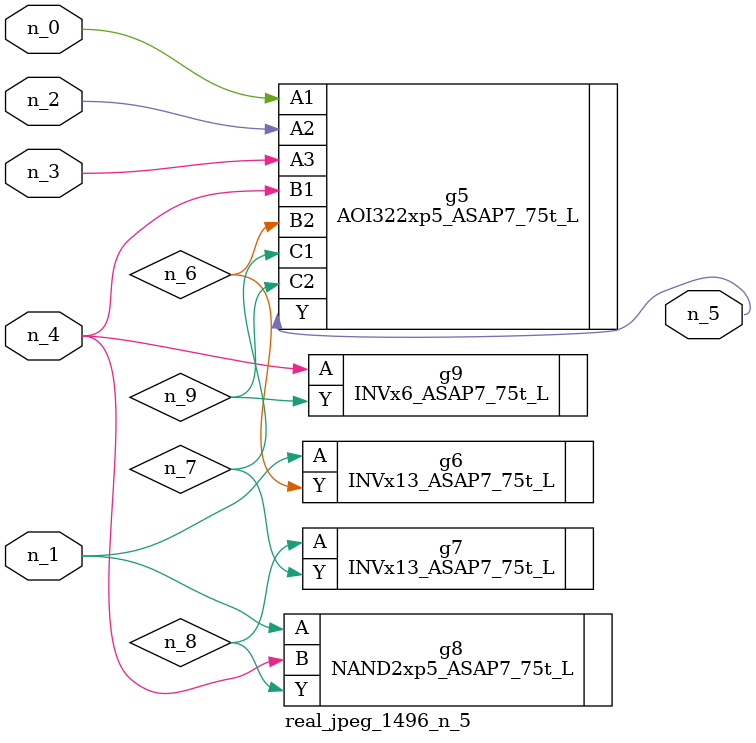
<source format=v>
module real_jpeg_1496_n_5 (n_4, n_0, n_1, n_2, n_3, n_5);

input n_4;
input n_0;
input n_1;
input n_2;
input n_3;

output n_5;

wire n_8;
wire n_6;
wire n_7;
wire n_9;

AOI322xp5_ASAP7_75t_L g5 ( 
.A1(n_0),
.A2(n_2),
.A3(n_3),
.B1(n_4),
.B2(n_6),
.C1(n_7),
.C2(n_9),
.Y(n_5)
);

INVx13_ASAP7_75t_L g6 ( 
.A(n_1),
.Y(n_6)
);

NAND2xp5_ASAP7_75t_L g8 ( 
.A(n_1),
.B(n_4),
.Y(n_8)
);

INVx6_ASAP7_75t_L g9 ( 
.A(n_4),
.Y(n_9)
);

INVx13_ASAP7_75t_L g7 ( 
.A(n_8),
.Y(n_7)
);


endmodule
</source>
